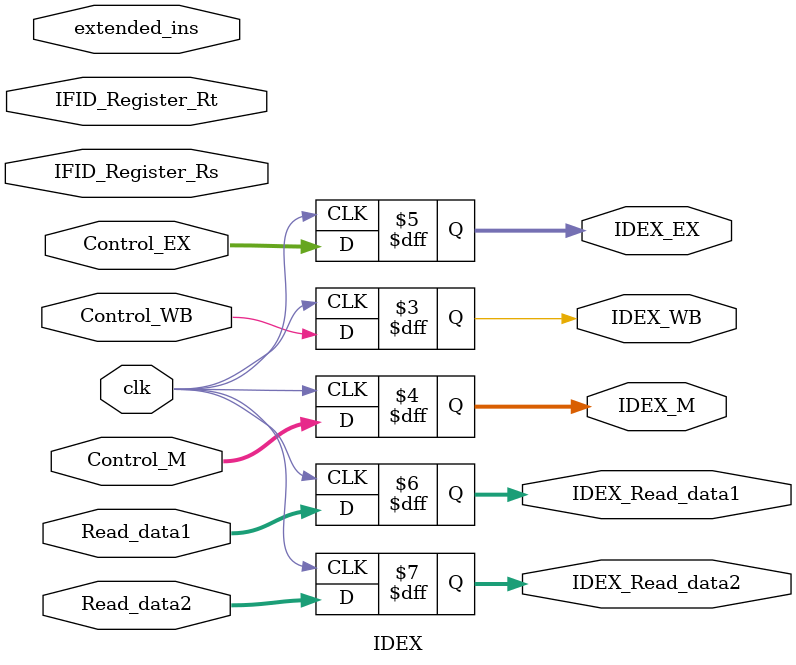
<source format=v>
`timescale 1ns / 1ps


module IDEX(
    input clk,
    input Control_WB,
    input [2:0] Control_M,
    input [2:0] Control_EX,
    input [31:0] Read_data1, 
    input [31:0] Read_data2,
    input [31:0] extended_ins,
    input [4:0] IFID_Register_Rs,
    input [4:0] IFID_Register_Rt,
//    input []
    output reg IDEX_WB,
    output reg [2:0] IDEX_M,
    output reg [2:0] IDEX_EX,
    output reg [31:0] IDEX_Read_data1,
    output reg [31:0] IDEX_Read_data2);
    
    initial begin
        IDEX_WB = 0;
        IDEX_M = 0;
        IDEX_EX = 0;
        IDEX_Read_data1 = 0;
        IDEX_Read_data2 = 0;
    end
    always @(posedge clk) begin
        IDEX_WB = Control_WB;
        IDEX_M = Control_M;
        IDEX_EX = Control_EX;
        IDEX_Read_data1 = Read_data1;
        IDEX_Read_data2 = Read_data2;
    end
endmodule

</source>
